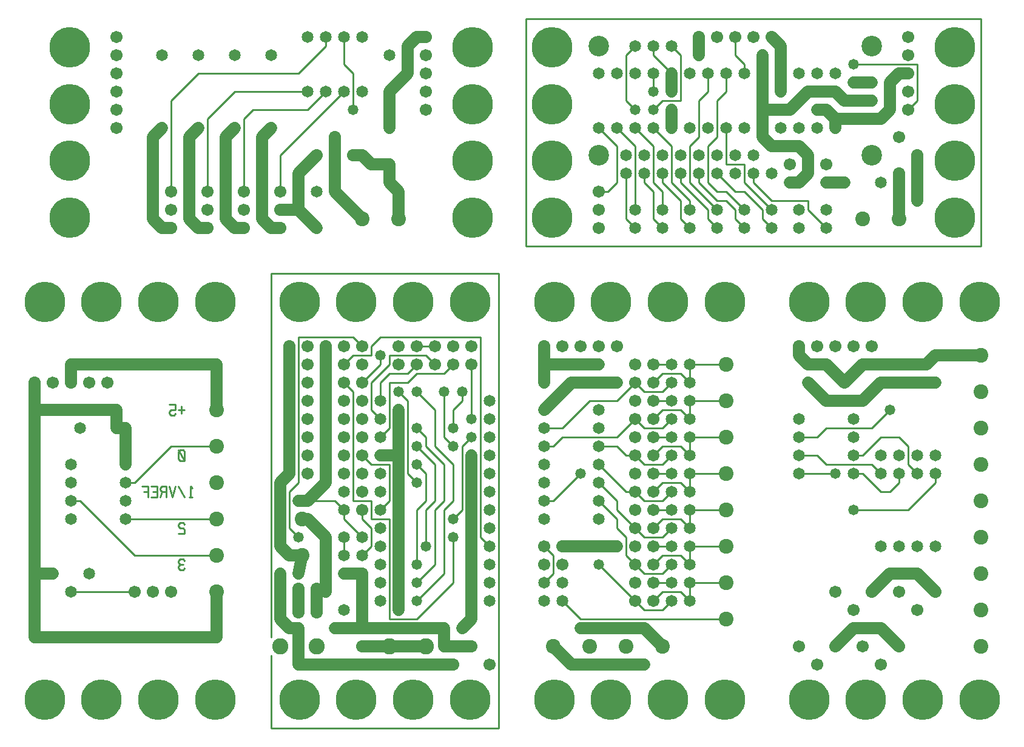
<source format=gbl>
%MOIN*%
%FSLAX25Y25*%
G04 D10 used for Character Trace; *
G04     Circle (OD=.01000) (No hole)*
G04 D11 used for Power Trace; *
G04     Circle (OD=.06700) (No hole)*
G04 D12 used for Signal Trace; *
G04     Circle (OD=.01100) (No hole)*
G04 D13 used for Via; *
G04     Circle (OD=.05800) (Round. Hole ID=.02800)*
G04 D14 used for Component hole; *
G04     Circle (OD=.06500) (Round. Hole ID=.03500)*
G04 D15 used for Component hole; *
G04     Circle (OD=.06700) (Round. Hole ID=.04300)*
G04 D16 used for Component hole; *
G04     Circle (OD=.08100) (Round. Hole ID=.05100)*
G04 D17 used for Component hole; *
G04     Circle (OD=.08900) (Round. Hole ID=.05900)*
G04 D18 used for Component hole; *
G04     Circle (OD=.11300) (Round. Hole ID=.08300)*
G04 D19 used for Component hole; *
G04     Circle (OD=.16000) (Round. Hole ID=.13000)*
G04 D20 used for Component hole; *
G04     Circle (OD=.18300) (Round. Hole ID=.15300)*
G04 D21 used for Component hole; *
G04     Circle (OD=.22291) (Round. Hole ID=.19291)*
%ADD10C,.01000*%
%ADD11C,.06700*%
%ADD12C,.01100*%
%ADD13C,.05800*%
%ADD14C,.06500*%
%ADD15C,.06700*%
%ADD16C,.08100*%
%ADD17C,.08900*%
%ADD18C,.11300*%
%ADD19C,.16000*%
%ADD20C,.18300*%
%ADD21C,.22291*%
%IPPOS*%
%LPD*%
G90*X0Y0D02*D11*X50000Y50000D02*X150000D01*       
Y75000D01*D16*D03*D10*X132511Y91914D02*           
X131674Y92871D01*X130000D01*X129163Y91914D01*     
Y90957D01*X130000Y90000D01*X131674D01*X130000D02* 
X129163Y89043D01*Y88086D01*X130000Y87129D01*      
X131674D01*X132511Y88086D01*D16*X150000Y95000D03* 
D12*X105000D01*X75000Y125000D01*X70000D01*D14*D03*
Y135000D03*Y115000D03*Y145000D03*                 
X100000Y115000D03*D12*X150000D01*D16*D03*         
Y135000D03*D10*X132511Y111914D02*                 
X131674Y112871D01*X130000D01*X129163Y111914D01*   
Y110957D01*X130000Y110000D01*X131674D01*          
X132511Y109043D01*Y107129D01*X129163D01*          
Y148086D02*X130000Y147129D01*X131674D01*          
X132511Y148086D01*Y151914D01*X131674Y152871D01*   
X130000D01*X129163Y151914D01*Y148086D01*          
X132511Y147129D02*X129163Y152871D01*D15*          
X115000Y75000D03*X125000D03*D10*X136674Y131914D02*
X135837Y132871D01*Y127129D01*X136674D02*          
X135000D01*X132511D02*X129163Y132871D01*          
X127511D02*X125837Y127129D01*X124163Y132871D01*   
X122511Y127129D02*Y132871D01*X120000D01*          
X119163Y131914D01*Y130957D01*X120000Y130000D01*   
X122511D01*X120000D02*X119163Y127129D01*          
X114163D02*X117511D01*Y132871D01*X114163D01*      
X117511Y130000D02*X115000D01*X112511Y127129D02*   
Y132871D01*X109163D01*X112511Y130000D02*          
X110000D01*D16*X150000Y155000D03*D12*X125000D01*  
X105000Y135000D01*X100000D01*D14*D03*Y145000D03*  
D11*Y165000D01*X95000D01*D14*D03*D11*Y175000D01*  
X50000D01*Y85000D01*Y50000D01*D14*X70000Y75000D03*
D12*X105000D01*D15*D03*D14*X80000Y85000D03*       
X60000D03*D11*X50000D01*D14*X100000Y125000D03*D21*
X118125Y15625D03*X55625D03*X86875D03*D14*         
X75000Y165000D03*D10*X132511Y175000D02*X129163D01*
X130837Y176914D02*Y173086D01*X124163Y177871D02*   
X127511D01*Y175000D01*X125000D01*                 
X124163Y174043D01*Y173086D01*X125000Y172129D01*   
X126674D01*X127511Y173086D01*D11*X50000Y175000D02*
Y190000D01*D15*D03*X60000D03*X70000D03*D11*       
Y200000D01*X150000D01*Y175000D01*D16*D03*D15*     
X90000Y190000D03*D21*X149375Y234375D03*X118125D03*
X86875D03*D15*X80000Y190000D03*D21*               
X55625Y234375D03*X149375Y15625D03*G90*X0Y0D02*D12*
X180000D02*X305000D01*Y250000D01*X180000D01*      
Y50000D01*D17*X185000Y45000D03*D11*               
X190000Y55000D02*X185000Y60000D01*                
X190000Y55000D02*X195000D01*Y35000D01*X215000D01* 
D14*D03*D11*X280000D01*D15*D03*X290000Y45000D03*  
D11*X275000D01*Y55000D01*X255000D01*D13*D03*D11*  
X230000D01*X215000D01*D14*D03*D15*                
X205000Y63700D03*D11*Y76700D01*D15*D03*D11*       
X210000Y75000D01*Y105000D01*X200000Y115000D01*    
X197000D01*D16*D03*D12*X195000Y105000D02*         
X190000Y110000D01*D13*X195000Y105000D03*D12*      
X190000Y110000D02*Y130000D01*X195000Y135000D01*   
Y215000D01*X225000D01*X230000Y210000D01*D15*D03*  
D12*X225000Y205000D02*X235000D01*                 
X220000Y200000D02*X225000Y205000D01*D15*          
X220000Y200000D03*X230000Y190000D03*D12*          
X240000Y200000D01*Y205000D01*D13*D03*D12*         
X235000Y190000D02*X245000Y200000D01*              
X235000Y175000D02*Y190000D01*X240000Y170000D02*   
X235000Y175000D01*D14*X240000Y170000D03*D12*      
Y160000D02*X245000Y165000D01*D14*                 
X240000Y160000D03*D12*X245000Y165000D02*          
Y190000D01*X255000D01*X260000Y195000D01*          
X275000D01*X280000Y200000D01*D15*D03*             
X290000Y210000D03*X270000D03*D12*X260000D01*D15*  
D03*D12*X270000Y200000D02*X265000Y205000D01*D15*  
X270000Y200000D03*D12*X245000Y205000D02*          
X265000D01*X245000Y200000D02*Y205000D01*D15*      
X250000Y200000D03*D12*X240000Y190000D02*          
X245000Y195000D01*X240000Y180000D02*Y190000D01*   
D14*Y180000D03*D15*X230000Y170000D03*D13*         
X250000Y175000D03*D11*Y150000D01*Y65000D01*D13*   
D03*D12*X245000Y60000D02*X260000D01*              
X280000Y80000D01*Y105000D01*D13*D03*Y115000D03*   
D12*X285000Y120000D01*Y155000D01*                 
X290000Y160000D01*D13*D03*D14*X300000Y150000D03*  
Y170000D03*D13*X280000Y165000D03*D12*Y175000D01*  
X285000Y180000D01*Y185000D01*D13*D03*X275000D03*  
D12*Y160000D01*X280000Y155000D01*D13*D03*D12*     
X270000Y125000D02*Y145000D01*X265000Y120000D02*   
X270000Y125000D01*X265000Y100000D02*Y120000D01*   
D13*Y100000D03*X260000Y90000D03*D12*Y120000D01*   
X265000Y125000D01*Y140000D01*X260000Y145000D01*   
D13*D03*D12*Y135000D02*X255000Y140000D01*D13*     
X260000Y135000D03*D12*X255000Y140000D02*          
Y180000D01*X250000Y185000D01*D13*D03*D12*         
X245000Y195000D02*X255000D01*X235000Y205000D02*   
Y210000D01*X240000Y215000D01*X295000D01*          
Y105000D01*X300000Y100000D01*D14*D03*Y110000D03*  
Y90000D03*Y120000D03*Y80000D03*D12*               
X270000Y120000D02*X275000Y125000D01*              
X270000Y90000D02*Y120000D01*X260000Y80000D02*     
X270000Y90000D01*D13*X260000Y80000D03*Y70000D03*  
D12*X275000Y85000D01*Y120000D01*X280000Y125000D01*
Y145000D01*X270000Y155000D01*Y175000D01*          
X260000Y185000D01*D13*D03*D12*X255000Y195000D02*  
X260000Y200000D01*D15*D03*X250000Y210000D03*      
X280000D03*D13*X290000Y170000D03*D12*Y200000D01*  
D15*D03*D14*X300000Y180000D03*D13*                
X260000Y165000D03*D12*X265000Y160000D01*          
Y155000D01*X275000Y145000D01*Y125000D01*          
X270000Y145000D02*X260000Y155000D01*D13*D03*D11*  
X240000Y150000D02*X250000D01*D14*X240000D03*D12*  
X245000Y125000D02*Y145000D01*X240000Y120000D02*   
X245000Y125000D01*D14*X240000Y120000D03*D12*      
X245000Y60000D02*Y115000D01*D14*X240000Y70000D03* 
D15*X230000Y45000D03*D11*X245000D01*D17*D03*D11*  
X265000D01*D17*D03*D13*X285000Y55000D03*D11*      
X290000Y60000D01*Y150000D01*D13*D03*D14*          
X300000Y140000D03*Y160000D03*Y130000D03*D12*      
X235000Y145000D02*X245000D01*X235000D02*          
X230000Y150000D01*D15*D03*D14*X240000Y140000D03*  
D15*X220000Y160000D03*Y140000D03*                 
X230000Y160000D03*X220000Y150000D03*              
X230000Y140000D03*X210000Y170000D03*D11*          
Y160000D01*D15*D03*D11*Y150000D01*D15*D03*D11*    
Y140000D01*D15*D03*D11*Y135000D01*                
X200000Y125000D01*X195000D01*D13*D03*D12*         
X200000D02*X215000D01*X220000Y120000D01*D14*D03*  
D12*Y115000D01*X230000Y105000D01*D14*D03*D12*     
Y95000D02*X235000Y100000D01*D14*X230000Y95000D03* 
D12*X235000Y100000D02*Y110000D01*                 
X230000Y115000D01*Y120000D01*D15*D03*D12*         
X235000Y115000D02*X245000D01*D14*                 
X240000Y110000D03*D12*X235000Y115000D02*          
Y125000D01*X225000D01*D14*X240000Y130000D03*D15*  
X230000D03*D12*X225000Y125000D02*Y185000D01*      
X220000Y190000D01*D15*D03*X230000Y180000D03*      
Y200000D03*X210000D03*D11*Y190000D01*D15*D03*D11* 
Y180000D01*D15*D03*D11*Y170000D01*D15*            
X220000Y180000D03*X200000D03*Y160000D03*          
X220000Y170000D03*X200000D03*X190000Y190000D03*   
D11*Y180000D01*D15*D03*D11*Y170000D01*D15*D03*D11*
Y160000D01*D15*D03*D11*Y150000D01*D15*D03*D11*    
Y140000D01*D15*D03*D11*X185000Y135000D01*         
Y100000D01*X190000Y95000D01*X197000D01*D16*D03*   
D11*X195000Y85000D01*D13*D03*X185000D03*D11*      
Y60000D01*D15*X195000Y63700D03*D11*Y76700D01*D15* 
D03*D14*X220000Y65000D03*Y85000D03*D11*X230000D01*
D15*D03*D11*Y55000D01*D14*X240000Y80000D03*D17*   
X205000Y45000D03*D14*X240000Y90000D03*D21*        
X195625Y15625D03*X226875D03*D14*X220000Y95000D03* 
D12*Y105000D01*D14*D03*X240000Y100000D03*         
X220000Y130000D03*D15*X200000Y140000D03*          
Y150000D03*D12*X180000Y0D02*Y40000D01*D21*        
X258125Y15625D03*X289375D03*D15*X300000Y35000D03* 
D14*Y70000D03*D15*X200000Y190000D03*D11*          
X190000D02*Y200000D01*D15*D03*D11*Y210000D01*D15* 
D03*X200000Y200000D03*Y210000D03*D11*             
X210000Y200000D02*Y210000D01*D15*D03*X220000D03*  
D21*X226875Y234375D03*X195625D03*X258125D03*      
X289375D03*G90*X0Y0D02*D14*X330000Y70000D03*      
Y80000D03*D12*X335000Y85000D01*Y95000D01*         
X330000Y100000D01*D15*D03*X340000Y90000D03*       
Y100000D03*D11*X370000D01*D13*D03*D12*            
X380000Y90000D02*X375000Y95000D01*D15*            
X380000Y90000D03*D12*X385000Y85000D01*X395000D01* 
X400000Y90000D01*D14*D03*D12*X410000D02*          
X405000Y95000D01*D14*X410000Y90000D03*D12*        
Y100000D01*D14*D03*D12*X430000D01*D16*D03*D14*    
X410000Y120000D03*D12*Y110000D01*D14*D03*D12*     
X405000Y115000D01*X395000D01*X390000Y110000D01*   
D15*D03*D12*X385000Y105000D02*X395000D01*         
X385000D02*X380000Y110000D01*D15*D03*D12*         
X370000Y120000D01*Y125000D01*X360000Y135000D01*   
D14*D03*D13*X350000Y140000D03*D12*                
X335000Y125000D01*X330000D01*D14*D03*Y135000D03*  
Y115000D03*Y145000D03*X360000Y155000D03*D12*      
X370000D01*X375000Y150000D01*X380000D01*D15*D03*  
D12*X385000Y145000D01*X395000D01*                 
X400000Y150000D01*D14*D03*D12*X410000D02*         
X405000Y155000D01*D14*X410000Y150000D03*D12*      
Y160000D01*D14*D03*D12*X430000D01*D16*D03*D14*    
X410000Y180000D03*D12*Y170000D01*D14*D03*D12*     
X405000Y175000D01*X395000D01*X390000Y170000D01*   
D15*D03*D12*X385000Y165000D02*X395000D01*         
X385000D02*X380000Y170000D01*D15*D03*D12*         
X370000Y160000D01*X340000D01*X335000Y155000D01*   
X330000D01*D14*D03*D12*Y165000D02*X340000D01*D14* 
X330000D03*D12*X340000D02*X355000Y180000D01*      
X370000D01*X380000Y190000D01*D15*D03*D12*         
X385000Y185000D01*X395000D01*X400000Y190000D01*   
D14*D03*D12*X410000D02*X405000Y195000D01*D14*     
X410000Y190000D03*D12*Y200000D01*D14*D03*D12*     
X430000D01*D16*D03*D12*X410000Y180000D02*         
X430000D01*D16*D03*D12*X395000Y155000D02*         
X405000D01*X390000Y150000D02*X395000Y155000D01*   
D15*X390000Y150000D03*D14*X400000Y140000D03*D12*  
X390000D01*D15*D03*D12*Y130000D02*                
X395000Y135000D01*D15*X390000Y130000D03*D12*      
X385000Y125000D02*X395000D01*X385000D02*          
X380000Y130000D01*D15*D03*D12*X375000D01*         
X360000Y145000D01*D14*D03*D15*X380000Y140000D03*  
D14*X360000Y165000D03*Y125000D03*D12*             
X370000Y115000D01*Y110000D01*X375000Y105000D01*   
Y95000D01*D15*X380000Y100000D03*X390000Y80000D03* 
D12*X400000D01*D14*D03*D12*X410000Y70000D02*      
X405000Y75000D01*D14*X410000Y70000D03*D12*        
Y80000D01*D14*D03*D12*X430000D01*D16*D03*         
Y60000D03*D12*X350000D01*X340000Y70000D01*D14*D03*
Y80000D03*D13*X350000Y55000D03*D11*X385000D01*    
X395000Y45000D01*D16*D03*D13*X385000Y35000D03*D11*
X345000D01*X335000Y45000D01*D16*D03*X355000D03*   
D21*X366875Y15625D03*X335625D03*D16*              
X375000Y45000D03*D13*X360000Y90000D03*D12*        
X380000Y70000D01*D15*D03*D12*X385000Y65000D01*    
X395000D01*X400000Y70000D01*D14*D03*D12*          
X395000Y75000D02*X405000D01*X390000Y70000D02*     
X395000Y75000D01*D15*X390000Y70000D03*            
X380000Y80000D03*X390000Y90000D03*D12*            
X395000Y95000D01*X405000D01*D14*X400000Y100000D03*
D12*X390000D01*D15*D03*D12*X395000Y105000D02*     
X400000Y110000D01*D14*D03*D12*X410000Y120000D02*  
X430000D01*D16*D03*D14*X410000Y140000D03*D12*     
Y130000D01*D14*D03*D12*X405000Y135000D01*         
X395000D01*D14*X400000Y130000D03*D12*             
X395000Y125000D01*D14*X400000Y120000D03*D12*      
X390000D01*D15*D03*X380000D03*D12*                
X410000Y140000D02*X430000D01*D16*D03*D14*         
X400000Y170000D03*D12*X395000Y165000D01*D14*      
X400000Y160000D03*D12*X390000D01*D15*D03*         
X380000D03*D14*X400000Y180000D03*D12*X390000D01*  
D15*D03*Y190000D03*D12*X395000Y195000D01*         
X405000D01*D14*X400000Y200000D03*D12*X390000D01*  
D15*D03*X380000D03*X370000Y210000D03*             
X380000Y180000D03*D13*X370000Y190000D03*D11*      
X350000D01*D14*D03*D11*X345000D01*                
X330000Y175000D01*D14*D03*Y190000D03*D11*         
Y200000D01*X360000D01*D13*D03*D15*                
X350000Y210000D03*X360000D03*X340000D03*D14*      
X360000Y175000D03*D15*X330000Y210000D03*D11*      
Y200000D01*D21*X366875Y234375D03*X335625D03*      
X398125D03*D14*X360000Y115000D03*D21*             
X429375Y234375D03*D15*X330000Y90000D03*D21*       
X398125Y15625D03*X429375D03*G90*X0Y0D02*D15*      
X470000Y45000D03*D14*Y140000D03*D12*X490000D01*   
D13*D03*D12*X485000Y145000D02*X510000D01*         
X515000Y140000D01*D14*D03*X525000Y150000D03*D12*  
X500000D02*X505000D01*D14*X500000D03*D12*         
X505000D02*X515000Y160000D01*X525000D01*          
X530000Y155000D01*Y145000D01*X535000Y140000D01*   
D14*D03*X545000Y150000D03*D12*X530000Y120000D02*  
X545000Y135000D01*X500000Y120000D02*X530000D01*   
D13*X500000D03*D12*X515000Y130000D02*X520000D01*  
X525000Y135000D01*Y140000D01*D14*D03*             
X535000Y150000D03*X515000D03*D12*Y130000D02*      
X505000Y140000D01*X500000D01*D14*D03*D12*         
X485000Y145000D02*X480000Y150000D01*X470000D01*   
D14*D03*D12*Y160000D02*X480000D01*D14*X470000D03* 
D12*X480000D02*X485000Y165000D01*X510000D01*      
X520000Y175000D01*D13*D03*D14*X535000Y190000D03*  
D11*X525000D01*D14*D03*D11*X515000D01*D14*D03*D11*
X505000Y180000D01*X485000D01*X475000Y190000D01*   
D14*D03*D11*X495000D02*X485000Y200000D01*D14*     
X495000Y190000D03*D11*X505000Y200000D01*          
X540000D01*X545000Y205000D01*X570000D01*D16*D03*  
Y185000D03*D14*X545000Y190000D03*D11*X535000D01*  
D15*X510000Y210000D03*D16*X570000Y165000D03*D15*  
X500000Y210000D03*D14*Y170000D03*Y160000D03*D21*  
X569375Y234375D03*D15*X490000Y210000D03*D21*      
X538125Y234375D03*X506875D03*D16*                 
X570000Y145000D03*D11*X475000Y200000D02*          
X485000D01*X475000D02*X470000Y205000D01*          
Y210000D01*D15*D03*X480000D03*D21*                
X475625Y234375D03*D14*X470000Y170000D03*D12*      
X545000Y135000D02*Y140000D01*D14*D03*D16*         
X570000Y125000D03*Y105000D03*D14*                 
X515000Y100000D03*X525000D03*X535000D03*          
X545000D03*D11*X510000Y75000D02*X520000Y85000D01* 
D15*X510000Y75000D03*D11*X520000Y85000D02*        
X535000D01*X545000Y75000D01*D15*D03*              
X535000Y65000D03*X525000Y75000D03*D16*            
X570000Y65000D03*Y85000D03*D15*X525000Y45000D03*  
D11*X515000Y55000D01*X500000D01*X490000Y45000D01* 
D15*D03*X480000Y35000D03*X505000Y45000D03*        
X500000Y65000D03*X515000Y35000D03*D21*            
X475625Y15625D03*D15*X490000Y75000D03*D21*        
X506875Y15625D03*X538125D03*X569375D03*D16*       
X570000Y45000D03*G90*X0Y0D02*D14*                 
X205000Y275000D03*D11*X195000Y285000D01*          
X185000D01*D15*D03*D11*X175000Y280000D02*         
X180000Y275000D01*X175000Y325000D02*Y280000D01*   
Y325000D02*X180000Y330000D01*D14*D03*D12*         
X165000Y335000D02*X170000Y340000D01*              
X165000Y335000D02*Y295000D01*D15*D03*Y285000D03*  
D11*X155000Y325000D02*Y280000D01*Y325000D02*      
X160000Y330000D01*D14*D03*D12*X170000Y340000D02*  
X200000D01*X210000Y350000D01*D14*D03*X220000D03*  
D12*X185000Y315000D01*Y295000D01*D15*D03*D11*     
X195000Y305000D02*Y285000D01*Y305000D02*          
X205000Y315000D01*D15*D03*X215000Y325000D03*D11*  
Y295000D01*X230000Y280000D01*D16*D03*D11*         
X245000Y310000D02*Y300000D01*D14*Y310000D03*D11*  
X235000D01*X230000Y315000D01*X225000D01*D15*D03*  
D14*X205000Y295000D03*D11*X245000Y300000D02*      
X250000Y295000D01*Y280000D01*D16*D03*D21*         
X290625Y280625D03*Y311875D03*D14*                 
X245000Y330000D03*D11*Y350000D01*D14*D03*D11*     
X255000Y360000D01*Y375000D01*X260000Y380000D01*   
X265000D01*D15*D03*Y370000D03*Y360000D03*D14*     
X245000Y370000D03*D21*X290625Y374375D03*D15*      
X265000Y350000D03*D14*X230000Y380000D03*D21*      
X290625Y343125D03*D14*X230000Y350000D03*D13*      
X225000Y340000D03*D12*Y360000D01*                 
X220000Y365000D01*Y380000D01*D14*D03*X210000D03*  
D12*Y375000D01*X195000Y360000D01*X140000D01*      
X125000Y345000D01*Y295000D01*D15*D03*Y285000D03*  
D11*X115000Y325000D02*Y280000D01*Y325000D02*      
X120000Y330000D01*D14*D03*D11*X135000Y325000D02*  
Y280000D01*X140000Y275000D01*X145000D01*D15*D03*  
Y285000D03*D11*X155000Y280000D02*                 
X160000Y275000D01*X165000D01*D15*D03*D11*         
X180000D02*X185000D01*D15*D03*X145000Y295000D03*  
D12*Y335000D01*X160000Y350000D01*X200000D01*D14*  
D03*X180000Y370000D03*X200000Y380000D03*          
X160000Y370000D03*X140000D03*Y330000D03*D11*      
X135000Y325000D01*D15*X95000Y360000D03*Y350000D03*
Y340000D03*Y330000D03*D11*X115000Y280000D02*      
X120000Y275000D01*X125000D01*D15*D03*D21*         
X69375Y311875D03*Y280625D03*Y343125D03*D14*       
X120000Y370000D03*D15*X95000D03*D21*              
X69375Y374375D03*D15*X95000Y380000D03*            
X265000Y340000D03*G90*X0Y0D02*D12*                
X320000Y390000D02*Y265000D01*Y390000D02*          
X570000D01*Y265000D01*X320000D01*D21*             
X334375Y280625D03*D15*X360000Y275000D03*          
Y285000D03*Y295000D03*D12*X365000D01*             
X370000Y300000D01*Y320000D01*X360000Y330000D01*   
D14*D03*X370000D03*D12*X380000Y320000D01*         
Y285000D01*D14*D03*D12*X375000Y305000D02*         
Y280000D01*D14*Y305000D03*X385000Y315000D03*D12*  
Y305000D02*Y300000D01*D14*Y305000D03*D12*         
X390000Y320000D02*Y300000D01*X380000Y330000D02*   
X390000Y320000D01*D14*X380000Y330000D03*D13*      
X390000Y340000D03*D12*X395000Y345000D01*          
X405000D01*Y370000D01*X400000Y375000D01*D14*D03*  
X390000D03*D12*Y370000D01*X400000Y360000D01*D14*  
D03*D11*Y350000D01*D13*D03*D14*X410000Y360000D03* 
X390000D03*D12*Y350000D01*D13*D03*                
X400000Y340000D03*D11*Y330000D01*D14*D03*D12*     
X410000Y320000D02*Y300000D01*X425000Y285000D01*   
D14*D03*D12*Y290000D02*X430000D01*                
X415000Y300000D02*X425000Y290000D01*              
X415000Y305000D02*Y300000D01*D14*Y305000D03*D12*  
X420000Y320000D02*Y300000D01*Y320000D02*          
X425000Y325000D01*Y345000D01*X430000Y350000D01*   
Y360000D01*D14*D03*D12*X415000Y345000D02*         
X420000Y350000D01*X415000Y345000D02*Y325000D01*   
X410000Y320000D01*D14*X415000Y315000D03*          
X405000D03*X420000Y330000D03*X410000D03*D12*      
X390000D02*X400000Y320000D01*D14*                 
X390000Y330000D03*D12*X400000Y320000D02*          
Y300000D01*X410000Y290000D01*Y285000D01*D14*D03*  
D12*X395000Y300000D02*X405000Y290000D01*          
X395000Y305000D02*Y300000D01*D14*Y305000D03*D12*  
X390000Y300000D02*X395000Y295000D01*Y285000D01*   
D14*D03*D12*X390000Y295000D02*Y280000D01*         
X385000Y300000D02*X390000Y295000D01*D14*          
X395000Y315000D03*X375000D03*D12*                 
X405000Y290000D02*Y280000D01*Y305000D02*          
Y300000D01*D14*Y305000D03*D12*Y300000D02*         
X420000Y285000D01*Y280000D01*X425000Y275000D01*   
D14*D03*D12*X430000Y290000D02*X435000Y285000D01*  
Y280000D01*X440000Y275000D01*D14*D03*D12*         
Y295000D02*X450000Y285000D01*X435000Y295000D02*   
X440000D01*X425000Y305000D02*X435000Y295000D01*   
D14*X425000Y305000D03*D12*X430000Y330000D02*      
Y310000D01*D14*Y330000D03*X440000D03*             
X445000Y315000D03*X425000D03*X435000D03*D11*      
X450000Y340000D02*Y325000D01*Y370000D02*          
Y340000D01*D13*Y370000D03*D14*X460000Y360000D03*  
D11*Y375000D01*X455000Y380000D01*D15*D03*         
X445000D03*D12*X435000Y370000D02*                 
X440000Y365000D01*X435000Y380000D02*Y370000D01*   
D15*Y380000D03*X425000D03*D12*X440000Y365000D02*  
Y360000D01*D14*D03*D13*X460000Y350000D03*D11*     
Y360000D01*D14*X470000D03*D11*X465000Y340000D02*  
X475000Y350000D01*X450000Y340000D02*X465000D01*   
D14*X460000Y330000D03*D11*X450000Y325000D02*      
X455000Y320000D01*X470000D01*X475000Y315000D01*   
Y310000D01*D15*D03*D11*Y305000D01*                
X470000Y300000D01*X465000D01*D14*D03*D12*         
X455000Y290000D02*X475000D01*X445000Y300000D02*   
X455000Y290000D01*X445000Y305000D02*Y300000D01*   
D14*Y305000D03*D12*X430000Y310000D02*X440000D01*  
D14*X435000Y305000D03*D12*X440000Y310000D02*      
Y300000D01*X455000Y285000D01*D14*D03*D12*         
X450000D02*Y280000D01*X455000Y275000D01*D14*D03*  
X440000Y285000D03*D12*X430000Y295000D01*          
X425000D01*X420000Y300000D01*X405000Y280000D02*   
X410000Y275000D01*D14*D03*X395000D03*D12*         
X390000Y280000D01*D14*X380000Y275000D03*D12*      
X375000Y280000D01*D18*X360000Y315000D03*D21*      
X334375Y311875D03*D13*X380000Y340000D03*D12*      
X375000Y345000D01*Y370000D01*X380000Y375000D01*   
D14*D03*X370000Y360000D03*X380000D03*D18*         
X360000Y375000D03*D14*Y360000D03*D13*             
X415000Y370000D03*D11*Y380000D01*D15*D03*D14*     
X420000Y360000D03*D12*Y350000D01*D15*             
X465000Y310000D03*D14*X455000Y305000D03*          
X470000Y330000D03*D11*X475000Y350000D02*          
X490000D01*X495000Y345000D01*X510000D01*D13*D03*  
D11*X520000Y355000D02*Y340000D01*                 
X515000Y335000D01*X510000D01*D14*D03*D11*         
X490000D01*X485000Y340000D01*X480000D01*D13*D03*  
D14*X490000Y330000D03*D11*Y335000D01*D14*         
X480000Y330000D03*D18*X510000Y315000D03*D14*      
Y355000D03*D11*X500000D01*D13*D03*D14*            
X490000Y360000D03*D13*X500000Y365000D03*D12*      
X535000D01*Y345000D01*X530000Y340000D01*D15*D03*  
Y350000D03*X525000Y325000D03*D11*                 
X520000Y355000D02*X525000Y360000D01*X530000D01*   
D15*D03*Y370000D03*D18*X510000Y375000D03*D15*     
X530000Y380000D03*D21*X555625Y343125D03*          
Y374375D03*D15*X535000Y315000D03*D11*Y290000D01*  
D13*D03*D16*X525000Y280000D03*D11*Y305000D01*D15* 
D03*D14*X515000Y300000D03*D16*X505000Y280000D03*  
D21*X555625Y280625D03*Y311875D03*D14*             
X495000Y300000D03*D11*X485000D01*D14*D03*D12*     
X475000Y290000D02*Y285000D01*X485000Y275000D01*   
D14*D03*Y285000D03*X470000D03*Y275000D03*D15*     
X485000Y310000D03*D14*X480000Y360000D03*D21*      
X334375Y374375D03*Y343125D03*M02*                 

</source>
